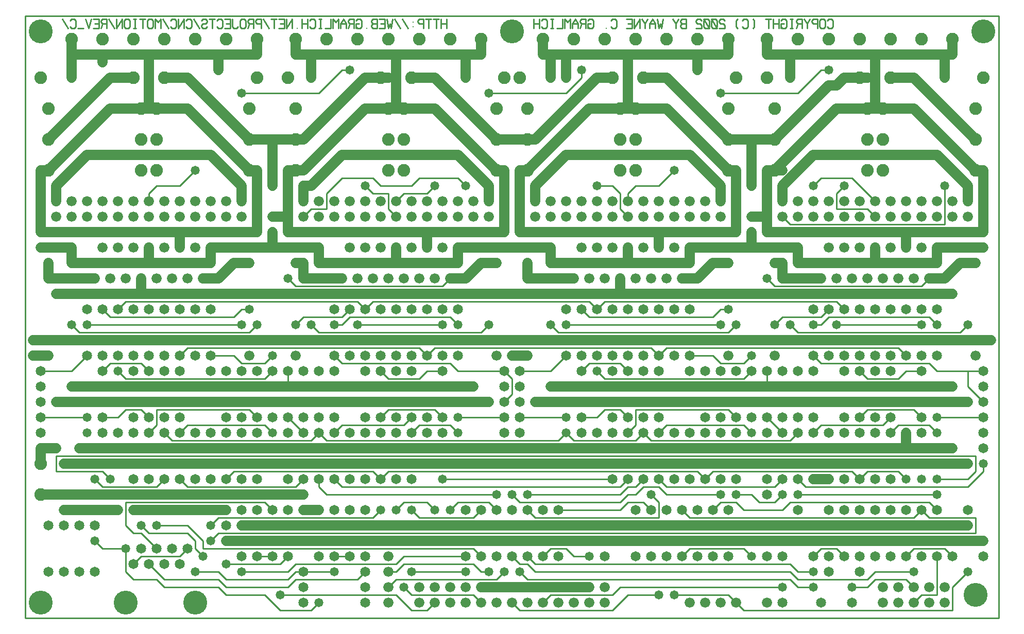
<source format=gbl>
%MOIN*%
%FSLAX25Y25*%
G04 D10 used for Character Trace; *
G04     Circle (OD=.01000) (No hole)*
G04 D11 used for Power Trace; *
G04     Circle (OD=.06700) (No hole)*
G04 D12 used for Signal Trace; *
G04     Circle (OD=.01100) (No hole)*
G04 D13 used for Via; *
G04     Circle (OD=.05800) (Round. Hole ID=.02800)*
G04 D14 used for Component hole; *
G04     Circle (OD=.06500) (Round. Hole ID=.03500)*
G04 D15 used for Component hole; *
G04     Circle (OD=.06600) (Round. Hole ID=.04200)*
G04 D16 used for Component hole; *
G04     Circle (OD=.08200) (Round. Hole ID=.05200)*
G04 D17 used for Component hole; *
G04     Circle (OD=.08950) (Round. Hole ID=.05950)*
G04 D18 used for Component hole; *
G04     Circle (OD=.11600) (Round. Hole ID=.08600)*
G04 D19 used for Component hole; *
G04     Circle (OD=.15500) (Round. Hole ID=.12500)*
G04 D20 used for Component hole; *
G04     Circle (OD=.18200) (Round. Hole ID=.15200)*
G04 D21 used for Component hole; *
G04     Circle (OD=.24300) (Round. Hole ID=.21300)*
%ADD10C,.01000*%
%ADD11C,.06700*%
%ADD12C,.01100*%
%ADD13C,.05800*%
%ADD14C,.06500*%
%ADD15C,.06600*%
%ADD16C,.08200*%
%ADD17C,.08950*%
%ADD18C,.11600*%
%ADD19C,.15500*%
%ADD20C,.18200*%
%ADD21C,.24300*%
%IPPOS*%
%LPD*%
G90*X0Y0D02*D19*X10000Y10000D03*D14*              
X25000Y30000D03*X15000D03*X35000D03*X45000D03*D13*
Y50000D03*D12*X50000Y45000D01*X65000D01*D13*D03*  
D12*Y30000D01*X70000Y25000D01*X85000D01*          
X90000Y20000D01*X125000D01*X130000Y15000D01*      
X155000D01*X165000Y5000D01*X185000D01*            
X190000Y10000D01*D13*D03*D14*X180000Y20000D03*    
Y10000D03*D12*X170000Y20000D02*X175000Y25000D01*  
X130000Y20000D02*X170000D01*X130000D02*           
X125000Y25000D01*X90000D01*X80000Y35000D01*D14*   
D03*D12*X70000D02*X75000Y40000D01*D14*            
X70000Y35000D03*D12*X75000Y40000D02*X100000D01*   
X105000Y45000D01*D14*D03*D12*X110000D02*Y50000D01*
X115000Y40000D02*X110000Y45000D01*D13*            
X115000Y40000D03*D12*Y45000D02*X290000D01*        
X295000Y40000D01*D14*D03*D12*Y30000D02*           
X290000Y35000D01*X295000Y30000D02*X300000D01*D13* 
D03*D12*X240000Y25000D02*X305000D01*              
X235000Y20000D02*X240000Y25000D01*D15*            
X235000Y20000D03*D12*X250000Y5000D02*             
X240000Y15000D01*X250000Y5000D02*X260000D01*      
X265000Y10000D01*D15*D03*X275000Y20000D03*        
X255000D03*X275000Y10000D03*X265000Y20000D03*     
X255000Y10000D03*D12*X250000Y15000D02*X290000D01* 
X295000Y10000D01*D15*D03*X305000Y20000D03*D11*    
X295000D01*D15*D03*X305000Y10000D03*D13*          
X285000Y30000D03*D12*X250000D01*D13*D03*D12*      
X240000D02*X245000Y35000D01*X235000Y30000D02*     
X240000D01*D15*X235000D03*D12*X175000Y35000D02*   
X240000D01*X170000Y30000D02*X175000Y35000D01*     
X140000Y30000D02*X170000D01*D13*X140000D03*D14*   
X150000Y40000D03*D12*X160000D01*D14*D03*D12*      
X130000Y35000D02*X165000D01*D13*X130000D03*D12*   
Y25000D02*X125000Y30000D01*X130000Y25000D02*      
X170000D01*X175000Y30000D01*X180000D01*D14*D03*   
D12*X200000D01*D13*D03*D14*X210000Y40000D03*D12*  
X200000D01*D14*D03*D13*Y50000D03*D11*X180000D01*  
D14*D03*D11*X170000D01*D13*D03*D11*X130000D01*D13*
D03*D12*X120000D02*X125000Y55000D01*D13*          
X120000Y50000D03*D12*X125000Y55000D02*X615000D01* 
Y65000D01*X585000D01*X580000Y70000D01*D14*D03*D12*
X575000Y65000D01*X430000D01*X425000Y70000D01*D14* 
D03*D12*X415000Y80000D02*X450000D01*D13*D03*D12*  
X445000Y70000D02*X450000Y75000D01*D14*            
X445000Y70000D03*D12*X450000Y75000D02*X460000D01* 
X465000Y70000D01*X490000D01*X495000Y75000D01*     
X585000D01*X590000Y70000D01*D14*D03*D13*Y80000D03*
D12*X500000D01*D13*D03*D12*X505000Y85000D02*      
X610000D01*X620000Y95000D01*Y100000D01*D13*D03*   
D12*X615000Y95000D02*Y105000D01*X610000Y90000D02* 
X615000Y95000D01*X590000Y90000D02*X610000D01*D13* 
X590000D03*X580000Y100000D03*D11*X570000D01*D14*  
D03*D11*X520000D01*D13*D03*D11*X420000D01*D13*D03*
D11*X370000D01*D14*D03*D11*X350000D01*D13*D03*D11*
X330000D01*D13*D03*D11*X300000D01*D13*D03*D11*    
X270000D01*D13*D03*D11*X260000D01*D14*D03*D11*    
X210000D01*D13*D03*D11*X110000D01*D13*D03*D11*    
X60000D01*D14*D03*D11*X50000D01*D13*D03*D11*      
X25000D01*D13*D03*D12*X20000Y95000D02*Y105000D01* 
Y95000D02*X50000D01*X55000Y90000D01*D13*D03*D12*  
X50000Y85000D02*X85000D01*X90000Y90000D01*D14*D03*
X100000D03*D12*X105000Y85000D01*X175000D01*       
X180000Y90000D01*D14*D03*D12*X195000Y80000D02*    
X190000Y85000D01*X195000Y80000D02*X305000D01*D13* 
D03*D12*Y70000D02*X300000Y75000D01*D14*           
X305000Y70000D03*D12*X280000Y75000D02*X300000D01* 
X275000Y70000D02*X280000Y75000D01*D13*            
X275000Y70000D03*X285000Y60000D03*D11*X230000D01* 
D13*D03*D11*X190000D01*D13*D03*D11*X160000D01*D13*
D03*D11*X140000D01*D13*D03*D14*X150000Y70000D03*  
D13*X130000D03*D11*X100000D01*D13*D03*D11*        
X70000D01*D13*D03*D12*X65000Y60000D02*Y75000D01*  
X70000Y55000D02*X65000Y60000D01*X70000Y55000D02*  
X75000D01*X85000Y45000D01*D14*D03*X95000D03*      
X75000D03*D12*X80000Y55000D02*X105000D01*         
X110000Y50000D01*X115000Y45000D02*Y50000D01*      
X105000Y60000D01*X85000D01*D13*D03*D12*           
X80000Y55000D02*X75000Y60000D01*D13*D03*          
X60000Y70000D03*D11*X25000D01*D13*D03*D14*        
X35000Y60000D03*D13*Y80000D03*D11*X10000D01*D16*  
D03*Y100000D03*D11*Y110000D01*X20000D01*D13*D03*  
D12*Y105000D02*X615000D01*D14*X620000Y110000D03*  
D13*X610000Y100000D03*D11*X580000D01*             
X520000Y110000D02*X570000D01*D13*X520000D03*D11*  
X470000D01*D13*D03*D11*X420000D01*D13*D03*D11*    
X370000D01*D13*D03*D11*X340000D01*D13*D03*D11*    
X290000D01*D13*D03*D11*X260000D01*D13*D03*D11*    
X210000D01*D13*D03*D11*X160000D01*D13*D03*D11*    
X110000D01*D13*D03*D11*X60000D01*D13*D03*D11*     
X35000D01*D13*D03*X40000Y120000D03*D14*X50000D03* 
Y130000D03*D12*X60000D01*X65000Y135000D01*        
X75000D01*X80000Y130000D01*D14*D03*D12*Y120000D02*
X85000Y125000D01*D14*X80000Y120000D03*D12*        
X85000Y125000D02*Y135000D01*X145000D01*           
X150000Y130000D01*D14*D03*D12*X160000Y120000D02*  
X155000Y125000D01*D13*X160000Y120000D03*D12*      
X105000Y125000D02*X155000D01*X100000Y120000D02*   
X105000Y125000D01*D14*X100000Y120000D03*D12*      
X95000Y115000D02*X185000D01*X190000Y120000D01*D14*
D03*D12*X195000Y115000D01*X345000D01*             
X350000Y120000D01*D13*D03*D12*X355000Y115000D01*  
X395000D01*X400000Y120000D01*D14*D03*D12*         
X405000Y115000D01*X495000D01*X500000Y120000D01*   
D14*D03*X510000Y130000D03*X490000D03*             
X510000Y120000D03*D12*X515000Y125000D01*          
X555000D01*X560000Y130000D01*D14*D03*D12*         
Y120000D02*X565000Y125000D01*D14*                 
X560000Y120000D03*D12*X565000Y125000D02*          
X585000D01*X590000Y120000D01*D13*D03*             
X600000Y110000D03*D11*X580000D01*D14*D03*D11*     
X570000D01*Y120000D01*D14*D03*X580000Y130000D03*  
D12*X575000Y135000D01*X545000D01*                 
X540000Y130000D01*D14*D03*X550000Y120000D03*D13*  
Y140000D03*D11*X530000D01*D13*D03*D11*X510000D01* 
D13*D03*D11*X430000D01*D14*D03*D11*X400000D01*D13*
D03*D11*X380000D01*D13*D03*D11*X360000D01*D14*D03*
D11*X330000D01*D13*D03*X340000Y150000D03*D11*     
X360000D01*D14*D03*D11*X370000D01*D13*D03*D11*    
X380000D01*D13*D03*D11*X400000D01*D13*D03*D11*    
X420000D01*D13*D03*D11*X430000D01*D13*D03*D11*    
X440000D01*D13*D03*D11*X480000D01*X520000D01*D13* 
D03*D11*X530000D01*D13*D03*D11*X580000D01*D14*D03*
D11*X600000D01*D13*D03*X610000Y140000D03*D11*     
X580000D01*D14*D03*D11*X550000D01*D14*Y130000D03* 
D12*X545000Y155000D02*X565000D01*X545000D02*      
X540000Y160000D01*D14*D03*X550000Y170000D03*      
X530000D03*X550000Y160000D03*X540000Y170000D03*   
X530000Y160000D03*D13*X550000Y180000D03*D11*      
X485000D01*D13*D03*D11*X470000D01*D13*D03*D11*    
X455000D01*D13*D03*D11*X390000D01*D13*D03*D11*    
X315000D01*D13*D03*D11*X305000D01*D13*D03*D11*    
X240000D01*D13*D03*D11*X175000D01*D13*D03*D11*    
X160000D01*D13*D03*D11*X145000D01*D13*D03*D11*    
X80000D01*D13*D03*D11*X5000D01*D13*D03*D15*       
X15000Y170000D03*D11*X5000D01*D13*D03*D14*        
X10000Y160000D03*D12*X30000D01*X40000Y170000D01*  
D14*D03*X50000Y160000D03*D12*X55000Y165000D01*    
X75000D01*X80000Y160000D01*D14*D03*D13*           
X90000Y150000D03*D11*X70000D01*D13*D03*D11*       
X60000D01*D13*D03*D11*X50000D01*D14*D03*D11*      
X30000D01*D13*D03*X20000Y140000D03*D11*X50000D01* 
D14*D03*D11*X70000D01*D13*D03*D11*X90000D01*D13*  
D03*D11*X120000D01*D14*D03*D11*X200000D01*D13*D03*
D11*X220000D01*D13*D03*D11*X240000D01*D13*D03*D11*
X260000D01*D13*D03*D11*X270000D01*D14*D03*D11*    
X300000D01*D13*D03*D14*X310000Y130000D03*D12*     
X280000D01*D13*D03*D12*Y120000D02*                
X275000Y125000D01*D13*X280000Y120000D03*D12*      
X255000Y125000D02*X275000D01*X250000Y120000D02*   
X255000Y125000D01*D14*X250000Y120000D03*D12*      
X205000Y125000D02*X245000D01*X200000Y120000D02*   
X205000Y125000D01*D14*X200000Y120000D03*          
X190000Y130000D03*X210000Y120000D03*              
X200000Y130000D03*X180000D03*X220000Y120000D03*   
X180000D03*D12*X170000Y130000D01*D14*D03*         
X160000D03*X170000Y120000D03*D11*                 
X130000Y150000D02*X170000D01*D13*X130000D03*D11*  
X120000D01*D13*D03*D11*X110000D01*D13*D03*D11*    
X90000D01*D14*X100000Y160000D03*X90000D03*        
X110000Y170000D03*X70000D03*Y130000D03*           
X100000Y170000D03*D12*X105000Y175000D01*          
X255000D01*X260000Y170000D01*D14*D03*D12*         
X265000Y175000D01*X405000D01*X410000Y170000D01*   
D14*D03*D12*X415000Y175000D01*X565000D01*         
X570000Y170000D01*D14*D03*X580000Y160000D03*D12*  
X570000D01*X565000Y155000D01*D14*                 
X560000Y160000D03*X580000Y170000D03*X560000D03*   
D12*X590000Y160000D02*X585000Y165000D01*          
X590000Y160000D02*X610000D01*Y150000D01*          
X620000Y140000D01*D14*D03*Y150000D03*Y130000D03*  
D12*X590000D01*D13*D03*D14*X580000Y120000D03*     
X620000Y160000D03*D12*X610000D01*D15*             
X615000Y170000D03*D13*X625000Y180000D03*D11*      
X615000D01*D13*D03*D11*X550000D01*D14*            
X570000Y200000D03*X530000D03*D12*                 
X525000Y205000D01*X375000D01*X370000Y200000D01*   
D14*D03*D12*X365000Y205000D01*X225000D01*         
X220000Y200000D01*D14*D03*D12*X215000Y205000D01*  
X65000D01*X60000Y200000D01*D14*D03*D12*           
X55000Y195000D02*X135000D01*X140000Y200000D01*    
X145000D01*D13*D03*X140000Y190000D03*D12*         
X40000D01*D13*D03*D12*X35000Y185000D02*X145000D01*
X150000Y190000D01*D13*D03*X130000Y210000D03*D11*  
X80000D01*D13*D03*D11*X75000D01*X30000D01*D14*D03*
D11*X20000D01*D13*D03*D11*X15000Y220000D02*       
X45000D01*D15*D03*X55000D03*D14*X30000Y230000D03* 
D11*X80000D01*X120000D01*Y240000D01*X150000D01*   
D13*D03*D11*X160000D01*X170000D01*D13*D03*D11*    
X190000D01*Y230000D01*D14*D03*D11*X240000D01*     
X280000D01*Y240000D01*X310000D01*D13*D03*D11*     
X320000D01*D13*D03*D11*X340000D01*Y230000D01*D14* 
D03*D11*X390000D01*X430000D01*Y240000D01*         
X460000D01*D13*D03*D11*X470000D01*X480000D01*D13* 
D03*D11*X500000D01*Y230000D01*D14*D03*D11*        
X550000D01*X590000D01*Y240000D01*X620000D01*D13*  
D03*D15*X615000Y230000D03*D11*X605000D01*         
X595000Y220000D01*X585000D01*D15*D03*D12*         
X580000Y215000D01*X485000D01*X480000Y220000D01*   
D13*D03*D11*X490000D02*Y230000D01*Y220000D02*     
X515000D01*D15*D03*X525000D03*D14*                
X500000Y210000D03*D11*X440000D01*D13*D03*D11*     
X390000D01*D13*D03*D11*X385000D01*X340000D01*D14* 
D03*D11*X330000D01*D13*D03*D11*X290000D01*D13*D03*
D11*X235000D01*D13*D03*D11*X190000D01*D14*D03*D11*
X130000D01*D14*X120000Y200000D03*D11*             
X115000Y220000D02*X125000D01*D15*X115000D03*D11*  
X125000D02*X135000Y230000D01*X145000D01*D15*D03*  
D11*X160000Y240000D02*Y250000D01*D14*D03*D11*     
X170000D02*Y260000D01*Y250000D02*X260000D01*      
Y240000D01*D15*D03*X270000D03*D11*                
X260000Y250000D02*X310000D01*Y290000D01*          
X305000D01*D16*D03*D11*X275000Y320000D01*D13*D03* 
D11*X270000Y325000D01*D13*D03*D11*                
X265000Y330000D01*X245000D01*D16*D03*D11*         
X240000D01*X235000D01*D16*D03*D11*X220000D01*     
X210000Y320000D01*D13*D03*D11*X205000Y315000D01*  
D13*D03*D11*X180000Y290000D01*X175000D01*D16*D03* 
D11*X170000D01*Y260000D01*X160000D01*D14*D03*D11* 
X140000Y250000D02*X150000D01*D14*X140000D03*D11*  
X100000D01*Y240000D01*D15*D03*X110000D03*D11*     
X10000Y250000D02*X100000D01*X10000D02*Y290000D01* 
X15000D01*D16*D03*D11*X45000Y320000D01*D13*D03*   
D11*X50000Y325000D01*D13*D03*D11*X55000Y330000D01*
X75000D01*D16*D03*D11*X80000D01*X85000D01*D16*D03*
D11*X105000D01*X110000Y325000D01*D13*D03*D11*     
X115000Y320000D01*D13*D03*D11*X145000Y290000D01*  
D16*D03*D11*X150000D01*Y250000D01*D15*            
X140000Y260000D03*X130000Y270000D03*Y260000D03*   
X140000Y270000D03*D11*Y280000D01*                 
X120000Y300000D01*X40000D01*X20000Y280000D01*     
Y270000D01*D15*D03*X30000Y260000D03*Y270000D03*   
X20000Y260000D03*X40000D03*Y270000D03*            
X50000Y240000D03*Y260000D03*D13*X10000Y240000D03* 
D11*X30000D01*Y230000D01*D15*X15000D03*D11*       
Y220000D01*D14*X40000Y200000D03*D13*              
X30000Y190000D03*D12*X35000Y185000D01*D14*        
X50000Y170000D03*Y200000D03*D12*X55000Y195000D01* 
D14*X70000Y200000D03*D11*X75000Y210000D02*        
Y220000D01*D15*D03*D11*X80000Y230000D02*          
Y240000D01*D15*D03*X90000D03*X70000D03*           
X100000Y260000D03*X60000D03*X65000Y220000D03*     
X90000Y260000D03*X80000D03*X60000Y240000D03*      
X85000Y220000D03*X70000Y260000D03*                
X95000Y220000D03*X105000D03*X110000Y270000D03*    
X50000D03*X100000D03*X90000D03*X80000D03*D12*     
Y275000D01*X85000Y280000D01*X100000D01*           
X110000Y290000D01*D13*D03*D15*X120000Y270000D03*  
D16*X85000Y310000D03*Y290000D03*D15*              
X110000Y260000D03*X120000D03*D16*X75000Y310000D03*
Y290000D03*X145000Y310000D03*D11*X160000D01*      
Y280000D01*D14*D03*D15*X180000Y260000D03*D12*     
X185000Y265000D01*X195000D01*Y275000D01*          
X205000Y285000D01*X225000D01*X230000Y280000D01*   
X250000D01*X255000Y285000D01*X280000D01*          
X285000Y280000D01*D13*D03*D15*X280000Y270000D03*  
X290000D03*X300000D03*D11*Y280000D01*             
X280000Y300000D01*X205000D01*X185000Y280000D01*   
X180000D01*Y270000D01*D15*D03*X190000Y260000D03*  
Y270000D03*X200000Y260000D03*Y270000D03*          
X210000Y240000D03*Y260000D03*Y270000D03*          
X220000Y240000D03*Y260000D03*X175000Y230000D03*   
D11*X180000D01*Y220000D01*X205000D01*D15*D03*     
X215000D03*D14*X200000Y200000D03*D15*             
X225000Y220000D03*D14*X210000Y200000D03*D12*      
X205000Y195000D01*X180000D01*X175000Y190000D01*   
D13*D03*X185000D03*D12*X190000Y185000D01*         
X295000D01*X300000Y190000D01*D13*D03*D14*         
X280000Y170000D03*Y200000D03*D13*Y190000D03*D12*  
X275000Y195000D01*X210000D01*X205000Y190000D01*   
X200000D01*D13*D03*X215000D03*D12*X270000D01*D13* 
D03*D14*X260000Y200000D03*X270000D03*             
X250000Y170000D03*Y200000D03*X270000Y170000D03*   
D12*X175000Y215000D02*X270000D01*X175000D02*      
X170000Y220000D01*D13*D03*D14*X220000Y170000D03*  
D15*Y270000D03*D14*X120000Y170000D03*D12*         
X135000D01*X140000Y165000D01*X155000D01*          
X160000Y170000D01*D13*D03*D14*X170000Y160000D03*  
D12*Y150000D01*D11*X210000D01*D13*D03*D11*        
X220000D01*D13*D03*D11*X260000D01*D14*D03*D11*    
X270000D01*D14*D03*D11*X290000D01*D13*D03*D12*    
X280000Y160000D02*X310000D01*D14*D03*D12*         
X315000Y155000D01*Y145000D01*X310000Y140000D01*   
D14*D03*X320000Y130000D03*D12*X350000D01*D13*D03* 
D14*X360000Y120000D03*Y130000D03*D12*X370000D01*  
X375000Y135000D01*X385000D01*X390000Y130000D01*   
D14*D03*D12*Y120000D02*X395000Y125000D01*D14*     
X390000Y120000D03*D12*X395000Y125000D02*          
Y135000D01*X455000D01*X460000Y130000D01*D14*D03*  
D12*X470000Y120000D02*X465000Y125000D01*D13*      
X470000Y120000D03*D12*X415000Y125000D02*          
X465000D01*X410000Y120000D02*X415000Y125000D01*   
D14*X410000Y120000D03*X400000Y130000D03*          
X420000Y120000D03*X410000Y130000D03*              
X430000Y120000D03*D12*X440000Y90000D02*           
X435000Y95000D01*D14*X440000Y90000D03*D12*        
X445000Y95000D01*X535000D01*X540000Y90000D01*D14* 
D03*D12*X545000Y95000D01*X565000D01*              
X570000Y90000D01*D13*D03*X580000D03*D14*          
X560000D03*X550000Y70000D03*X560000D03*           
X550000Y90000D03*X570000Y70000D03*                
X540000Y120000D03*Y70000D03*X610000Y50000D03*D11* 
X560000D01*D13*D03*D11*X530000D01*D13*D03*D11*    
X510000D01*D13*D03*D11*X500000D01*D14*D03*D11*    
X455000D01*D13*D03*D11*X365000D01*D13*D03*D11*    
X345000D01*D13*D03*D11*X245000D01*D13*D03*D11*    
X220000D01*D13*D03*D11*X200000D01*D14*            
X190000Y40000D03*X220000Y30000D03*D12*            
X215000Y25000D01*X175000D01*X165000Y35000D02*     
X170000Y40000D01*D14*D03*D13*X165000Y15000D03*D12*
X240000D01*D13*X245000Y20000D03*D12*              
X250000Y15000D01*D15*X235000Y10000D03*D12*        
X245000Y35000D02*X290000D01*D14*X285000Y40000D03* 
D12*X245000D01*X240000Y35000D01*D15*              
X235000Y40000D03*D14*X220000D03*Y20000D03*        
Y10000D03*D12*X255000Y65000D02*X290000D01*        
X295000Y70000D01*D14*D03*D11*X285000Y60000D02*    
X355000D01*D13*D03*D11*X375000D01*D14*D03*D11*    
X395000D01*D13*D03*D11*X470000D01*D13*D03*D11*    
X500000D01*D13*D03*D11*X520000D01*D13*D03*D11*    
X610000D01*D13*D03*X620000Y50000D03*D11*          
X615000D01*X610000D01*D12*X615000D01*D14*         
X620000Y40000D03*X600000D03*D12*X595000Y45000D01* 
X575000D01*X570000Y40000D01*D14*D03*X580000D03*   
X560000D03*D13*X575000Y30000D03*D12*X550000D01*   
X545000Y25000D01*X500000D01*X495000Y30000D01*     
X330000D01*X325000Y35000D01*X320000D01*           
X315000Y40000D01*D14*D03*D13*X310000Y30000D03*D12*
X305000Y25000D01*D11*Y20000D02*X315000D01*D15*D03*
D11*X325000D01*D15*D03*D11*X335000D01*D15*D03*D11*
X345000D01*D15*D03*D11*X355000D01*D15*D03*D11*    
X365000D01*D15*D03*X375000Y10000D03*X355000D03*   
X375000Y20000D03*X365000Y10000D03*D12*            
X320000Y5000D02*X380000D01*X320000D02*            
X315000Y10000D01*D15*D03*X325000D03*D12*Y25000D02*
X495000D01*X500000Y20000D01*X510000D01*D13*D03*   
D14*X520000Y30000D03*D12*X500000D02*X510000D01*   
D13*D03*D14*X520000Y40000D03*X510000D03*D12*      
X515000Y45000D01*X525000D01*X530000Y40000D01*D14* 
D03*X540000Y30000D03*Y40000D03*D12*               
X545000Y20000D02*X550000Y25000D01*                
X535000Y20000D02*X545000D01*D13*X535000D03*D14*   
Y10000D03*D12*X550000Y25000D02*X570000D01*        
X575000Y20000D01*D15*D03*D12*Y10000D02*           
X580000Y15000D01*D15*X575000Y10000D03*D12*        
X580000Y15000D02*X590000D01*Y40000D01*D14*D03*D13*
X610000Y30000D03*D12*X600000Y20000D01*Y5000D01*   
X465000D01*X460000Y10000D01*D15*D03*D12*          
X455000Y15000D01*X420000D01*D13*D03*D15*          
X430000Y10000D03*D13*X410000Y15000D03*D12*        
X390000D01*X380000Y5000D01*X340000Y15000D02*      
X380000D01*X335000Y10000D02*X340000Y15000D01*D15* 
X335000Y10000D03*X345000D03*D12*X325000Y25000D02* 
X320000Y30000D01*D13*D03*D14*X325000Y40000D03*D12*
X330000Y35000D01*X495000D01*X500000Y30000D01*D14* 
X490000Y40000D03*D13*Y20000D03*D12*X385000D01*    
X380000Y15000D01*D14*X405000Y40000D03*D12*        
X355000D02*X365000D01*D13*D03*D14*X375000D03*D12* 
X355000D02*X350000Y45000D01*X340000D01*           
X335000Y40000D01*D14*D03*X345000D03*D12*          
X330000Y65000D02*X410000D01*Y75000D01*            
X405000Y80000D01*D13*D03*D12*X415000D02*          
X410000Y85000D01*X400000D01*X395000Y80000D01*     
X390000D01*X385000Y75000D01*X320000D01*           
X315000Y80000D01*D13*D03*D14*X325000Y70000D03*D12*
X330000Y65000D01*D14*X335000Y70000D03*X315000D03* 
X345000D03*D12*X385000D01*X390000Y75000D01*       
X400000D01*X405000Y70000D01*D14*D03*X415000D03*   
X395000D03*D12*X385000Y80000D02*X390000Y85000D01* 
X325000Y80000D02*X385000D01*D13*X325000D03*D14*   
X305000Y40000D03*X320000Y120000D03*               
X285000Y70000D03*X310000Y120000D03*X370000D03*    
X270000Y130000D03*D12*X265000Y135000D01*          
X235000D01*X230000Y130000D01*D14*D03*             
X240000Y120000D03*Y130000D03*X220000D03*          
X230000Y120000D03*D12*X245000Y125000D02*          
X250000Y130000D01*D14*D03*X260000Y120000D03*      
Y130000D03*X270000Y120000D03*D12*                 
X235000Y155000D02*X255000D01*X235000D02*          
X230000Y160000D01*D14*D03*X240000Y170000D03*      
Y160000D03*X230000Y170000D03*X220000Y160000D03*   
X210000Y170000D03*X250000Y160000D03*D12*          
X255000Y155000D02*X260000Y160000D01*X270000D01*   
D14*D03*D12*X280000D02*X275000Y165000D01*         
X205000D01*X200000Y170000D01*D14*D03*             
X190000Y160000D03*X200000D03*X180000D03*D15*      
X175000Y170000D03*D14*X230000Y200000D03*          
X160000Y160000D03*D12*X155000Y155000D01*X65000D01*
X60000Y160000D01*D13*D03*D14*X70000D03*           
X60000Y170000D03*X80000D03*X90000Y130000D03*D13*  
X40000D03*D12*X10000D01*D14*D03*Y140000D03*       
Y120000D03*Y150000D03*D13*X45000Y90000D03*D12*    
X50000Y85000D01*X65000Y75000D02*X155000D01*       
X160000Y70000D01*D14*D03*X170000D03*D13*          
X160000Y80000D03*D11*X140000D01*D13*D03*D11*      
X130000D01*D14*D03*D11*X70000D01*D13*D03*D11*     
X35000D01*D14*X15000Y60000D03*X25000D03*X45000D03*
X70000Y90000D03*Y120000D03*X60000D03*             
X80000Y90000D03*X90000Y35000D03*Y120000D03*D12*   
X95000Y115000D01*D14*X100000Y130000D03*           
X110000Y120000D03*X120000Y90000D03*Y120000D03*    
X110000Y90000D03*X130000D03*D12*X135000Y95000D01* 
X225000D01*X230000Y90000D01*D14*D03*D12*          
X235000Y95000D01*X435000D01*D14*X430000Y90000D03* 
X450000D03*X420000D03*D12*X415000Y85000D02*       
X485000D01*X490000Y90000D01*D14*D03*              
X480000Y80000D03*X500000Y90000D03*D12*            
X505000Y85000D01*D14*X510000Y90000D03*D11*        
X520000D01*D14*D03*X530000D03*X500000Y70000D03*   
X520000D03*X530000D03*X490000Y120000D03*D12*      
X480000Y130000D01*D14*D03*X470000D03*             
X480000Y120000D03*X500000Y130000D03*D12*          
X480000Y150000D02*Y160000D01*D14*D03*D13*         
X470000Y170000D03*D12*X465000Y165000D01*          
X450000D01*X445000Y170000D01*X430000D01*D14*D03*  
X440000Y160000D03*X420000Y170000D03*              
X430000Y160000D03*D13*X450000Y190000D03*D12*      
X350000D01*D13*D03*D12*X345000Y185000D02*         
X455000D01*X460000Y190000D01*D13*D03*D12*         
X445000Y195000D02*X450000Y200000D01*              
X365000Y195000D02*X445000D01*X365000D02*          
X360000Y200000D01*D14*D03*X350000D03*D12*         
X345000Y185000D02*X340000Y190000D01*D13*D03*D14*  
X360000Y170000D03*D15*X325000D03*D11*X315000D01*  
D13*D03*D15*X305000D03*D14*X320000Y160000D03*D12* 
X340000D01*X350000Y170000D01*D14*D03*             
X360000Y160000D03*D12*X365000Y165000D01*          
X385000D01*X390000Y160000D01*D14*D03*             
X400000Y170000D03*X380000D03*X400000Y160000D03*   
X390000Y170000D03*X380000Y160000D03*D12*          
X375000Y155000D02*X465000D01*X470000Y160000D01*   
D14*D03*X460000D03*D15*X455000Y170000D03*         
X485000D03*D14*X490000Y160000D03*X450000D03*      
X440000Y130000D03*D13*X495000Y190000D03*D12*      
X500000Y185000D01*X605000D01*X610000Y190000D01*   
D13*D03*D14*X590000Y170000D03*Y200000D03*D13*     
Y190000D03*D12*X585000Y195000D01*X520000D01*      
X515000Y190000D01*X510000D01*D13*D03*D12*         
X490000Y195000D02*X515000D01*X485000Y190000D02*   
X490000Y195000D01*D13*X485000Y190000D03*D11*      
X500000Y210000D02*X545000D01*D13*D03*D11*         
X600000D01*D13*D03*X580000Y190000D03*D12*         
X525000D01*D13*D03*D12*X515000Y195000D02*         
X520000Y200000D01*D14*D03*X510000D03*D15*         
X535000Y220000D03*D14*X540000Y200000D03*D15*      
X545000Y220000D03*D11*X550000Y230000D02*          
Y240000D01*D15*D03*X560000D03*X540000D03*         
X570000Y260000D03*X530000D03*X560000D03*          
X570000Y240000D03*D11*Y250000D01*X480000D01*      
Y260000D01*X470000D01*D14*D03*D11*                
X450000Y250000D02*X460000D01*D14*X450000D03*D11*  
X410000D01*Y240000D01*D15*D03*X420000D03*D11*     
X320000Y250000D02*X410000D01*X320000D02*          
Y290000D01*X325000D01*D16*D03*D11*                
X355000Y320000D01*D13*D03*D11*X360000Y325000D01*  
D13*D03*D11*X365000Y330000D01*X385000D01*D16*D03* 
D11*X390000D01*X395000D01*D16*D03*D11*X415000D01* 
X420000Y325000D01*D13*D03*D11*X425000Y320000D01*  
D13*D03*D11*X455000Y290000D01*D16*D03*D11*        
X460000D01*Y250000D01*X470000Y240000D02*          
Y250000D01*D14*D03*D11*X480000Y260000D02*         
Y290000D01*X485000D01*D16*D03*D11*X490000D01*     
X485000D02*X515000Y320000D01*D13*D03*D11*         
X520000Y325000D01*D13*D03*D11*X525000Y330000D01*  
X545000D01*D16*D03*D11*X550000D01*X555000D01*D16* 
D03*D11*X575000D01*X580000Y325000D01*D13*D03*D11* 
X585000Y320000D01*D13*D03*D11*X615000Y290000D01*  
D16*D03*D11*X620000D01*Y250000D01*X570000D01*D15* 
X580000Y240000D03*Y260000D03*X590000Y270000D03*   
X550000D03*D12*X535000Y285000D01*X515000D01*      
X510000Y280000D01*D13*D03*D15*X520000Y270000D03*  
X500000D03*X510000D03*D12*X525000Y265000D02*      
X545000D01*X550000Y260000D01*D15*D03*             
X560000Y270000D03*X540000D03*Y260000D03*D13*      
X530000Y280000D03*D12*X525000Y275000D01*          
Y265000D01*D15*X530000Y270000D03*                 
X520000Y260000D03*X510000D03*D16*                 
X545000Y290000D03*D15*X520000Y240000D03*          
X500000Y260000D03*X530000Y240000D03*D12*          
X495000Y255000D02*X595000D01*Y280000D01*D13*D03*  
D15*X600000Y270000D03*X610000D03*D11*Y280000D01*  
X590000Y300000D01*X510000D01*X490000Y280000D01*   
Y270000D01*D15*D03*Y260000D03*D12*                
X495000Y255000D01*D14*X470000Y280000D03*D11*      
Y310000D01*X455000D01*D16*D03*D11*                
X415000Y350000D01*X400000D01*D16*D03*D11*         
X390000Y330000D02*Y365000D01*X330000Y310000D02*   
X370000Y350000D01*X325000Y310000D02*X330000D01*   
D16*X325000D03*D11*X305000D01*D16*D03*D11*        
X265000Y350000D01*X250000D01*D16*D03*D11*         
X230000D02*X235000D01*D16*X230000D03*D11*         
X220000D01*X180000Y310000D01*X175000D01*D16*D03*  
D11*X160000D01*X145000D02*X105000Y350000D01*      
X90000D01*D16*D03*D11*X80000Y330000D02*Y365000D01*
D16*X70000Y350000D03*D11*X55000D01*               
X15000Y310000D01*D16*D03*Y330000D03*D13*          
X30000Y350000D03*D11*Y365000D01*X50000D01*        
Y360000D01*D13*D03*D11*Y365000D02*X80000D01*      
X115000D01*D13*D03*D11*X125000D01*Y355000D01*D13* 
D03*D11*Y365000D02*X150000D01*Y375000D01*D16*D03* 
X130000D03*D11*X175000Y365000D02*X185000D01*      
Y350000D01*D13*D03*D12*X140000Y340000D02*         
X190000D01*D13*X140000D03*D16*X150000Y350000D03*  
X145000Y330000D03*X170000Y350000D03*              
X175000Y375000D03*D11*Y365000D01*X185000D02*      
X200000D01*D13*D03*D11*X240000D01*Y330000D01*D16* 
X235000Y310000D03*X245000D03*D13*                 
X210000Y355000D03*D12*X205000D01*                 
X190000Y340000D01*D16*X175000Y330000D03*          
X215000Y375000D03*X195000D03*X235000D03*D11*      
X240000Y365000D02*X270000D01*D13*D03*D11*         
X285000D01*Y350000D01*D13*D03*X300000Y340000D03*  
D12*X350000D01*X360000Y350000D01*Y355000D01*D13*  
D03*D11*X350000Y350000D02*Y365000D01*D13*         
Y350000D03*X340000D03*D11*Y365000D01*X335000D01*  
Y375000D01*D16*D03*D10*X519163Y383086D02*         
X520000Y382129D01*X521674D01*X522511Y383086D01*   
Y386914D01*X521674Y387871D01*X520000D01*          
X519163Y386914D01*X514163Y383086D02*              
X515000Y382129D01*X516674D01*X517511Y383086D01*   
Y386914D01*X516674Y387871D01*X515000D01*          
X514163Y386914D01*Y383086D01*X512511Y382129D02*   
Y387871D01*X510000D01*X509163Y386914D01*          
Y385957D01*X510000Y385000D01*X512511D01*          
X507511Y387871D02*X505837Y385000D01*              
X504163Y387871D01*X505837Y385000D02*Y382129D01*   
X502511D02*Y387871D01*X500000D01*                 
X499163Y386914D01*Y385957D01*X500000Y385000D01*   
X502511D01*X500000D02*X499163Y382129D01*          
X495837D02*Y387871D01*X496674Y382129D02*          
X495000D01*X496674Y387871D02*X495000D01*          
X489163Y383086D02*X490000Y382129D01*X491674D01*   
X492511Y383086D01*Y386914D01*X491674Y387871D01*   
X490000D01*X489163Y386914D01*X490837Y385000D02*   
X489163D01*Y382129D01*X487511D02*Y387871D01*      
X484163Y382129D02*Y387871D01*X487511Y385000D02*   
X484163D01*X480837Y382129D02*Y387871D01*          
X482511D02*X479163D01*X470837D02*                 
X471674Y386914D01*Y383086D01*X470837Y382129D01*   
X464163Y383086D02*X465000Y382129D01*X466674D01*   
X467511Y383086D01*Y386914D01*X466674Y387871D01*   
X465000D01*X464163Y386914D01*X460837Y387871D02*   
X460000Y386914D01*Y383086D01*X460837Y382129D01*   
X452511Y386914D02*X451674Y387871D01*X450000D01*   
X449163Y386914D01*Y385957D01*X450000Y385000D01*   
X451674D01*X452511Y384043D01*Y382129D01*          
X449163D01*X444163Y383086D02*X445000Y382129D01*   
X446674D01*X447511Y383086D01*Y386914D01*          
X446674Y387871D01*X445000D01*X444163Y386914D01*   
Y383086D01*X447511Y382129D02*X444163Y387871D01*   
X439163Y383086D02*X440000Y382129D01*X441674D01*   
X442511Y383086D01*Y386914D01*X441674Y387871D01*   
X440000D01*X439163Y386914D01*Y383086D01*          
X442511Y382129D02*X439163Y387871D01*              
X437511Y386914D02*X436674Y387871D01*X435000D01*   
X434163Y386914D01*Y385957D01*X435000Y385000D01*   
X436674D01*X437511Y384043D01*Y382129D01*          
X434163D01*X427511D02*Y387871D01*X425000D01*      
X424163Y386914D01*Y385957D01*X425000Y385000D01*   
X424163Y384043D01*Y383086D01*X425000Y382129D01*   
X427511D01*Y385000D02*X425000D01*                 
X422511Y387871D02*X420837Y385000D01*              
X419163Y387871D01*X420837Y385000D02*Y382129D01*   
X412511Y387871D02*X411674Y382129D01*              
X410837Y385000D01*X410000Y382129D01*              
X409163Y387871D01*X407511Y382129D02*Y385000D01*   
X405837Y387871D01*X404163Y385000D01*Y382129D01*   
X407511Y385000D02*X404163D01*X402511Y387871D02*   
X400837Y385000D01*X399163Y387871D01*              
X400837Y385000D02*Y382129D01*X397511D02*          
Y387871D01*X394163Y382129D01*Y387871D01*          
X389163Y382129D02*X392511D01*Y387871D01*          
X389163D01*X392511Y385000D02*X390000D01*          
X379163Y383086D02*X380000Y382129D01*X381674D01*   
X382511Y383086D01*Y386914D01*X381674Y387871D01*   
X380000D01*X379163Y386914D01*X375837Y382129D03*   
X364163Y383086D02*X365000Y382129D01*X366674D01*   
X367511Y383086D01*Y386914D01*X366674Y387871D01*   
X365000D01*X364163Y386914D01*X365837Y385000D02*   
X364163D01*Y382129D01*X362511D02*Y387871D01*      
X360000D01*X359163Y386914D01*Y385957D01*          
X360000Y385000D01*X362511D01*X360000D02*          
X359163Y382129D01*X357511D02*Y385000D01*          
X355837Y387871D01*X354163Y385000D01*Y382129D01*   
X357511Y385000D02*X354163D01*X352511Y382129D02*   
Y387871D01*X350837Y385957D01*X349163Y387871D01*   
Y382129D01*X347511Y387871D02*Y382129D01*          
X344163D01*X340837D02*Y387871D01*                 
X341674Y382129D02*X340000D01*X341674Y387871D02*   
X340000D01*X334163Y383086D02*X335000Y382129D01*   
X336674D01*X337511Y383086D01*Y386914D01*          
X336674Y387871D01*X335000D01*X334163Y386914D01*   
X332511Y382129D02*Y387871D01*X329163Y382129D02*   
Y387871D01*X332511Y385000D02*X329163D01*D11*      
X340000Y365000D02*X350000D01*X390000D01*          
X420000D01*D13*D03*D11*X435000D01*Y355000D01*D13* 
D03*D11*Y365000D02*X455000D01*Y375000D01*D16*D03* 
X435000D03*X480000Y350000D03*D11*Y365000D02*      
X495000D01*Y350000D01*D13*D03*D12*                
X450000Y340000D02*X500000D01*D13*X450000D03*D16*  
X460000Y350000D03*X455000Y330000D03*D11*          
X470000Y310000D02*X485000D01*D16*D03*D11*         
X520000Y345000D01*X525000D01*X530000Y350000D01*   
X540000D01*D16*D03*D11*X545000D01*                
X550000Y330000D02*Y365000D01*D16*                 
X560000Y350000D03*D11*X575000D01*                 
X615000Y310000D01*D16*D03*Y330000D03*D15*         
X580000Y270000D03*D16*X620000Y350000D03*D13*      
X595000D03*D11*Y365000D01*X580000D01*D13*D03*D11* 
X550000D01*X510000D01*D13*D03*D11*X495000D01*D16* 
X500000Y375000D03*X480000D03*D11*Y365000D01*D12*  
X500000Y340000D02*X515000Y355000D01*X520000D01*   
D13*D03*D16*X540000Y375000D03*X520000D03*         
X485000Y330000D03*X560000Y375000D03*              
X545000Y310000D03*X555000D03*X580000Y375000D03*   
X555000Y290000D03*D11*X450000Y270000D02*          
Y280000D01*D15*Y270000D03*X440000Y260000D03*D11*  
X450000Y280000D02*X430000Y300000D01*X350000D01*   
X330000Y280000D01*Y270000D01*D15*D03*             
X340000Y260000D03*Y270000D03*X330000Y260000D03*   
X350000D03*Y270000D03*X360000Y240000D03*          
Y260000D03*Y270000D03*X300000Y260000D03*D11*      
X285000Y220000D02*X295000Y230000D01*              
X275000Y220000D02*X285000D01*D15*X275000D03*D12*  
X270000Y215000D01*D15*X265000Y220000D03*          
X255000D03*X245000D03*D11*X295000Y230000D02*      
X305000D01*D15*D03*D11*X325000Y220000D02*         
X355000D01*D15*D03*X365000D03*X370000Y240000D03*  
X375000Y220000D03*D14*X380000Y200000D03*D15*      
Y240000D03*D11*X385000Y210000D02*Y220000D01*D15*  
D03*D11*X390000Y230000D02*Y240000D01*D15*D03*     
X400000D03*X410000Y260000D03*X370000D03*          
X400000D03*X390000D03*D12*X385000Y265000D01*      
Y275000D01*X380000Y280000D01*X370000D01*D13*D03*  
D15*X380000Y270000D03*X370000D03*D16*             
X385000Y290000D03*D15*X390000Y270000D03*D12*      
Y275000D01*X395000Y280000D01*X410000D01*          
X420000Y290000D01*D13*D03*D15*X440000Y270000D03*  
X400000D03*X410000D03*X420000D03*X430000D03*D16*  
X395000Y310000D03*Y290000D03*D15*                 
X450000Y260000D03*X420000D03*X430000D03*D16*      
X385000Y310000D03*D15*X380000Y260000D03*D11*      
X435000Y220000D02*X445000Y230000D01*              
X425000Y220000D02*X435000D01*D15*X425000D03*      
X415000D03*D14*X410000Y200000D03*X420000D03*D15*  
X405000Y220000D03*D14*X430000Y200000D03*D11*      
X445000Y230000D02*X455000D01*D15*D03*D12*         
X450000Y200000D02*X455000D01*D13*D03*D15*         
X485000Y230000D03*D11*X490000D01*D14*             
X550000Y200000D03*X510000Y170000D03*D12*          
X515000Y165000D01*X585000D01*D14*                 
X580000Y200000D03*X560000D03*X620000Y120000D03*   
D15*X575000Y220000D03*X565000D03*X555000D03*D14*  
X530000Y130000D03*Y120000D03*X520000Y170000D03*   
Y120000D03*X510000Y160000D03*X500000D03*D15*      
X610000Y260000D03*X600000D03*X590000D03*D14*      
X610000Y70000D03*D13*X490000Y80000D03*D12*        
X485000Y75000D01*X475000D01*X470000Y80000D01*     
X460000D01*D13*D03*D14*X455000Y70000D03*          
X460000Y90000D03*X480000D03*X435000Y70000D03*D12* 
X425000Y40000D02*X430000Y45000D01*D14*            
X425000Y40000D03*D12*X430000Y45000D02*X465000D01* 
X470000Y40000D01*D13*D03*D14*X480000D03*          
X455000D03*X445000D03*D15*X440000Y10000D03*       
X450000D03*X480000D03*D14*X490000D03*             
X435000Y40000D03*X515000Y10000D03*D12*            
X415000Y85000D02*X410000Y90000D01*D14*D03*        
X400000D03*D12*X395000Y85000D01*X390000D01*D14*   
Y90000D03*D12*X385000Y85000D01*X205000D01*        
X200000Y90000D01*D14*D03*X210000D03*X190000D03*   
D12*Y85000D01*D13*X180000Y80000D03*D11*X160000D01*
D14*X170000Y90000D03*X150000D03*X180000Y70000D03* 
D11*X190000D01*D14*D03*X200000D03*X210000D03*     
X220000D03*Y90000D03*D12*X125000Y65000D02*        
X225000D01*X120000Y60000D02*X125000Y65000D01*D13* 
X120000Y60000D03*D14*X130000D03*X140000Y40000D03* 
Y70000D03*X100000Y35000D03*X140000Y90000D03*D13*  
X110000Y30000D03*D12*X125000D01*D19*              
X110000Y10000D03*X65000D03*D14*X150000Y120000D03* 
X140000D03*X130000D03*X140000Y130000D03*          
X130000D03*D12*X225000Y65000D02*X230000Y70000D01* 
D13*D03*X240000D03*D12*X245000Y75000D01*          
X260000D01*X265000Y70000D01*D13*D03*D12*          
X255000Y65000D02*X250000Y70000D01*D13*D03*        
X270000Y90000D03*D12*X380000D01*D14*D03*          
Y120000D03*Y130000D03*X395000Y40000D03*X415000D03*
X320000Y150000D03*Y140000D03*X440000Y120000D03*   
D12*X375000Y155000D02*X370000Y160000D01*D13*D03*  
D14*Y170000D03*X400000Y200000D03*X390000D03*      
X410000Y160000D03*D15*X395000Y220000D03*D14*      
X310000Y150000D03*D11*X325000Y220000D02*          
Y230000D01*D15*D03*X290000Y260000D03*X280000D03*  
X270000Y270000D03*Y260000D03*D13*                 
X265000Y280000D03*D12*X260000Y275000D01*          
X245000D01*X240000Y270000D01*D15*D03*D12*         
X235000Y265000D02*Y275000D01*X240000Y260000D02*   
X235000Y265000D01*D15*X240000Y260000D03*          
X250000Y270000D03*X230000D03*X250000Y260000D03*   
X230000D03*D12*X225000Y275000D02*X235000D01*      
X225000D02*X220000Y280000D01*D13*D03*D16*         
X235000Y290000D03*X245000D03*D15*                 
X260000Y260000D03*Y270000D03*X230000Y240000D03*   
X240000D03*D11*Y230000D01*D15*X250000Y240000D03*  
X235000Y220000D03*D14*X240000Y200000D03*          
X150000Y160000D03*D15*X145000Y170000D03*D16*      
X325000Y330000D03*X305000D03*D14*                 
X140000Y160000D03*X130000D03*D16*                 
X320000Y350000D03*X310000D03*D14*                 
X120000Y160000D03*X110000Y200000D03*D11*          
X370000Y350000D02*X380000D01*D16*D03*             
X355000Y375000D03*X395000D03*X375000D03*          
X415000D03*D19*X315000Y380000D03*D16*             
X295000Y375000D03*D11*Y365000D01*X285000D01*D16*  
X275000Y375000D03*X255000D03*X110000D03*D14*      
X100000Y200000D03*X90000Y170000D03*D16*Y375000D03*
D14*Y200000D03*X80000D03*D16*X70000Y375000D03*D15*
Y270000D03*X60000D03*D16*X50000Y375000D03*D14*    
X450000Y130000D03*Y120000D03*X460000D03*D16*      
X30000Y375000D03*D11*Y365000D01*D19*              
X10000Y380000D03*D10*X272511Y382129D02*Y387871D01*
X269163Y382129D02*Y387871D01*X272511Y385000D02*   
X269163D01*X265837Y382129D02*Y387871D01*          
X267511D02*X264163D01*X260837Y382129D02*          
Y387871D01*X262511D02*X259163D01*                 
X257511Y382129D02*Y387871D01*X255000D01*          
X254163Y386914D01*Y385957D01*X255000Y385000D01*   
X257511D01*X250837Y385957D03*Y383086D03*          
X247511Y382129D02*X244163Y387871D01*              
X242511Y382129D02*X239163Y387871D01*X237511D02*   
X236674Y382129D01*X235837Y385000D01*              
X235000Y382129D01*X234163Y387871D01*              
X229163Y382129D02*X232511D01*Y387871D01*          
X229163D01*X232511Y385000D02*X230000D01*          
X227511Y382129D02*Y387871D01*X225000D01*          
X224163Y386914D01*Y385957D01*X225000Y385000D01*   
X224163Y384043D01*Y383086D01*X225000Y382129D01*   
X227511D01*Y385000D02*X225000D01*                 
X220837Y382129D03*X214163Y383086D02*              
X215000Y382129D01*X216674D01*X217511Y383086D01*   
Y386914D01*X216674Y387871D01*X215000D01*          
X214163Y386914D01*X215837Y385000D02*X214163D01*   
Y382129D01*X212511D02*Y387871D01*X210000D01*      
X209163Y386914D01*Y385957D01*X210000Y385000D01*   
X212511D01*X210000D02*X209163Y382129D01*          
X207511D02*Y385000D01*X205837Y387871D01*          
X204163Y385000D01*Y382129D01*X207511Y385000D02*   
X204163D01*X202511Y382129D02*Y387871D01*          
X200837Y385957D01*X199163Y387871D01*Y382129D01*   
X197511Y387871D02*Y382129D01*X194163D01*          
X190837D02*Y387871D01*X191674Y382129D02*          
X190000D01*X191674Y387871D02*X190000D01*          
X184163Y383086D02*X185000Y382129D01*X186674D01*   
X187511Y383086D01*Y386914D01*X186674Y387871D01*   
X185000D01*X184163Y386914D01*X182511Y382129D02*   
Y387871D01*X179163Y382129D02*Y387871D01*          
X182511Y385000D02*X179163D01*X175837Y382129D03*   
X172511D02*Y387871D01*X169163Y382129D01*          
Y387871D01*X164163Y382129D02*X167511D01*          
Y387871D01*X164163D01*X167511Y385000D02*          
X165000D01*X160837Y382129D02*Y387871D01*          
X162511D02*X159163D01*X157511Y382129D02*          
X154163Y387871D01*X152511Y382129D02*Y387871D01*   
X150000D01*X149163Y386914D01*Y385957D01*          
X150000Y385000D01*X152511D01*X147511Y382129D02*   
Y387871D01*X145000D01*X144163Y386914D01*          
Y385957D01*X145000Y385000D01*X147511D01*          
X145000D02*X144163Y382129D01*X139163Y383086D02*   
X140000Y382129D01*X141674D01*X142511Y383086D01*   
Y386914D01*X141674Y387871D01*X140000D01*          
X139163Y386914D01*Y383086D01*X137511D02*          
X136674Y382129D01*X135000D01*X134163Y383086D01*   
Y387871D01*X129163Y382129D02*X132511D01*          
Y387871D01*X129163D01*X132511Y385000D02*          
X130000D01*X124163Y383086D02*X125000Y382129D01*   
X126674D01*X127511Y383086D01*Y386914D01*          
X126674Y387871D01*X125000D01*X124163Y386914D01*   
X120837Y382129D02*Y387871D01*X122511D02*          
X119163D01*X114163Y386914D02*X115000Y387871D01*   
X116674D01*X117511Y386914D01*Y385957D01*          
X116674Y385000D01*X115000D01*X114163Y384043D01*   
Y383086D01*X115000Y382129D01*X116674D01*          
X117511Y383086D01*X112511Y382129D02*              
X109163Y387871D01*X104163Y383086D02*              
X105000Y382129D01*X106674D01*X107511Y383086D01*   
Y386914D01*X106674Y387871D01*X105000D01*          
X104163Y386914D01*X102511Y382129D02*Y387871D01*   
X99163Y382129D01*Y387871D01*X94163Y383086D02*     
X95000Y382129D01*X96674D01*X97511Y383086D01*      
Y386914D01*X96674Y387871D01*X95000D01*            
X94163Y386914D01*X92511Y382129D02*                
X89163Y387871D01*X87511Y382129D02*Y387871D01*     
X85837Y385957D01*X84163Y387871D01*Y382129D01*     
X79163Y383086D02*X80000Y382129D01*X81674D01*      
X82511Y383086D01*Y386914D01*X81674Y387871D01*     
X80000D01*X79163Y386914D01*Y383086D01*            
X75837Y382129D02*Y387871D01*X77511D02*X74163D01*  
X70837Y382129D02*Y387871D01*X71674Y382129D02*     
X70000D01*X71674Y387871D02*X70000D01*             
X64163Y383086D02*X65000Y382129D01*X66674D01*      
X67511Y383086D01*Y386914D01*X66674Y387871D01*     
X65000D01*X64163Y386914D01*Y383086D01*            
X62511Y382129D02*Y387871D01*X59163Y382129D01*     
Y387871D01*X57511Y382129D02*X54163Y387871D01*     
X52511Y382129D02*Y387871D01*X50000D01*            
X49163Y386914D01*Y385957D01*X50000Y385000D01*     
X52511D01*X50000D02*X49163Y382129D01*X44163D02*   
X47511D01*Y387871D01*X44163D01*X47511Y385000D02*  
X45000D01*X42511Y387871D02*X40837Y382129D01*      
X39163Y387871D01*X37511Y382129D02*X34163D01*      
X29163Y383086D02*X30000Y382129D01*X31674D01*      
X32511Y383086D01*Y386914D01*X31674Y387871D01*     
X30000D01*X29163Y386914D01*X27511Y382129D02*      
X24163Y387871D01*D16*X10000Y350000D03*D12*X0Y0D02*
Y390000D01*Y0D02*X630000D01*Y390000D01*X0D01*D14* 
X240000Y90000D03*X250000D03*D15*X285000Y20000D03* 
Y10000D03*D14*X550000Y40000D03*D15*               
X555000Y10000D03*Y20000D03*X565000Y10000D03*      
Y20000D03*X570000Y270000D03*X585000Y10000D03*     
Y20000D03*X595000Y10000D03*Y20000D03*D11*         
Y365000D02*X600000D01*Y375000D01*D16*D03*D19*     
X620000Y380000D03*X615000Y15000D03*M02*           

</source>
